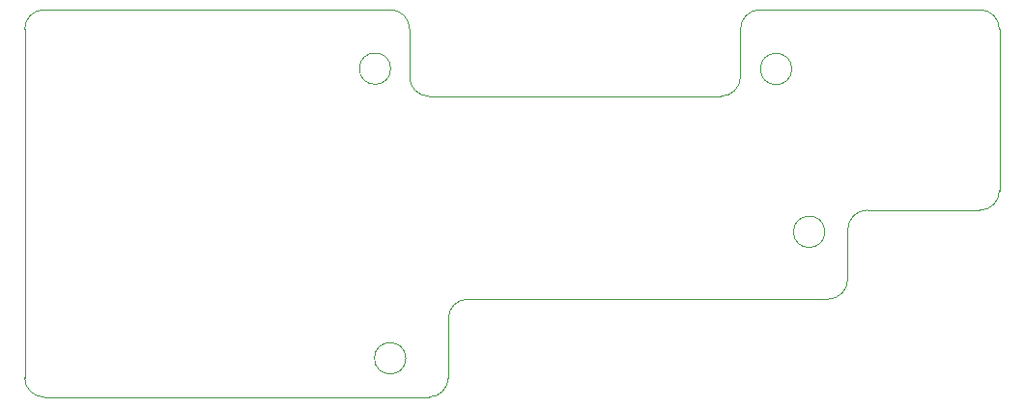
<source format=gbr>
%TF.GenerationSoftware,KiCad,Pcbnew,9.0.0*%
%TF.CreationDate,2025-05-10T10:01:21-07:00*%
%TF.ProjectId,c7k-left-hand,63376b2d-6c65-4667-942d-68616e642e6b,rev?*%
%TF.SameCoordinates,Original*%
%TF.FileFunction,Profile,NP*%
%FSLAX46Y46*%
G04 Gerber Fmt 4.6, Leading zero omitted, Abs format (unit mm)*
G04 Created by KiCad (PCBNEW 9.0.0) date 2025-05-10 10:01:21*
%MOMM*%
%LPD*%
G01*
G04 APERTURE LIST*
%TA.AperFunction,Profile*%
%ADD10C,0.050000*%
%TD*%
G04 APERTURE END LIST*
D10*
X223702100Y-69502082D02*
X242997900Y-69502082D01*
X191302082Y-69497918D02*
G75*
G02*
X193002082Y-71197918I18J-1699982D01*
G01*
X221997918Y-75397918D02*
G75*
G02*
X220297918Y-77097918I-1700018J18D01*
G01*
X242997918Y-69502082D02*
G75*
G02*
X244697918Y-71202082I-18J-1700018D01*
G01*
X244697918Y-85397918D02*
G75*
G02*
X242997918Y-87097918I-1700018J18D01*
G01*
X231397918Y-93197918D02*
G75*
G02*
X229697918Y-94897918I-1700018J18D01*
G01*
X196402082Y-101797918D02*
G75*
G02*
X194700000Y-103499982I-1702082J18D01*
G01*
X196402082Y-96602082D02*
G75*
G02*
X198102082Y-94902082I1700018J-18D01*
G01*
X244697918Y-71202100D02*
X244697918Y-85397918D01*
X192675000Y-100100000D02*
G75*
G02*
X189925000Y-100100000I-1375000J0D01*
G01*
X189925000Y-100100000D02*
G75*
G02*
X192675000Y-100100000I1375000J0D01*
G01*
X242997900Y-87097918D02*
X233102082Y-87102082D01*
X196400000Y-101797900D02*
X196402082Y-96602100D01*
X198100000Y-94902082D02*
X229697918Y-94900034D01*
X231402082Y-88802082D02*
G75*
G02*
X233102082Y-87102082I1700018J-18D01*
G01*
X193003264Y-71200000D02*
X193000901Y-75395836D01*
X159270000Y-71200000D02*
G75*
G02*
X160970000Y-69500000I1700000J0D01*
G01*
X194702082Y-77097918D02*
G75*
G02*
X193002082Y-75397918I18J1700018D01*
G01*
X226500000Y-74700000D02*
G75*
G02*
X223750000Y-74700000I-1375000J0D01*
G01*
X223750000Y-74700000D02*
G75*
G02*
X226500000Y-74700000I1375000J0D01*
G01*
X231400000Y-88802082D02*
X231397918Y-93197918D01*
X160970000Y-103500000D02*
X194700000Y-103497918D01*
X222002082Y-71202082D02*
G75*
G02*
X223702082Y-69502082I1700018J-18D01*
G01*
X191350000Y-74675000D02*
G75*
G02*
X188600000Y-74675000I-1375000J0D01*
G01*
X188600000Y-74675000D02*
G75*
G02*
X191350000Y-74675000I1375000J0D01*
G01*
X229400000Y-89000000D02*
G75*
G02*
X226650000Y-89000000I-1375000J0D01*
G01*
X226650000Y-89000000D02*
G75*
G02*
X229400000Y-89000000I1375000J0D01*
G01*
X160970000Y-69500000D02*
X191302100Y-69497918D01*
X159270000Y-101797918D02*
X159270000Y-71202100D01*
X222002083Y-71202082D02*
X221999720Y-75397918D01*
X160970000Y-103500000D02*
G75*
G02*
X159270000Y-101800000I0J1700000D01*
G01*
X220297918Y-77097918D02*
X194702082Y-77099929D01*
M02*

</source>
